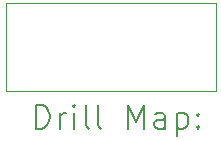
<source format=gbr>
%TF.GenerationSoftware,KiCad,Pcbnew,9.0.6*%
%TF.CreationDate,2026-01-05T16:11:48-06:00*%
%TF.ProjectId,SOT-666_1.2x1.6_P0.5,534f542d-3636-4365-9f31-2e3278312e36,rev?*%
%TF.SameCoordinates,Original*%
%TF.FileFunction,Drillmap*%
%TF.FilePolarity,Positive*%
%FSLAX45Y45*%
G04 Gerber Fmt 4.5, Leading zero omitted, Abs format (unit mm)*
G04 Created by KiCad (PCBNEW 9.0.6) date 2026-01-05 16:11:48*
%MOMM*%
%LPD*%
G01*
G04 APERTURE LIST*
%ADD10C,0.050000*%
%ADD11C,0.200000*%
G04 APERTURE END LIST*
D10*
X12065000Y-9535250D02*
X13843000Y-9535250D01*
X13843000Y-10284550D01*
X12065000Y-10284550D01*
X12065000Y-9535250D01*
D11*
X12323277Y-10598534D02*
X12323277Y-10398534D01*
X12323277Y-10398534D02*
X12370896Y-10398534D01*
X12370896Y-10398534D02*
X12399467Y-10408058D01*
X12399467Y-10408058D02*
X12418515Y-10427105D01*
X12418515Y-10427105D02*
X12428039Y-10446153D01*
X12428039Y-10446153D02*
X12437562Y-10484248D01*
X12437562Y-10484248D02*
X12437562Y-10512820D01*
X12437562Y-10512820D02*
X12428039Y-10550915D01*
X12428039Y-10550915D02*
X12418515Y-10569962D01*
X12418515Y-10569962D02*
X12399467Y-10589010D01*
X12399467Y-10589010D02*
X12370896Y-10598534D01*
X12370896Y-10598534D02*
X12323277Y-10598534D01*
X12523277Y-10598534D02*
X12523277Y-10465201D01*
X12523277Y-10503296D02*
X12532801Y-10484248D01*
X12532801Y-10484248D02*
X12542324Y-10474724D01*
X12542324Y-10474724D02*
X12561372Y-10465201D01*
X12561372Y-10465201D02*
X12580420Y-10465201D01*
X12647086Y-10598534D02*
X12647086Y-10465201D01*
X12647086Y-10398534D02*
X12637562Y-10408058D01*
X12637562Y-10408058D02*
X12647086Y-10417582D01*
X12647086Y-10417582D02*
X12656610Y-10408058D01*
X12656610Y-10408058D02*
X12647086Y-10398534D01*
X12647086Y-10398534D02*
X12647086Y-10417582D01*
X12770896Y-10598534D02*
X12751848Y-10589010D01*
X12751848Y-10589010D02*
X12742324Y-10569962D01*
X12742324Y-10569962D02*
X12742324Y-10398534D01*
X12875658Y-10598534D02*
X12856610Y-10589010D01*
X12856610Y-10589010D02*
X12847086Y-10569962D01*
X12847086Y-10569962D02*
X12847086Y-10398534D01*
X13104229Y-10598534D02*
X13104229Y-10398534D01*
X13104229Y-10398534D02*
X13170896Y-10541391D01*
X13170896Y-10541391D02*
X13237562Y-10398534D01*
X13237562Y-10398534D02*
X13237562Y-10598534D01*
X13418515Y-10598534D02*
X13418515Y-10493772D01*
X13418515Y-10493772D02*
X13408991Y-10474724D01*
X13408991Y-10474724D02*
X13389943Y-10465201D01*
X13389943Y-10465201D02*
X13351848Y-10465201D01*
X13351848Y-10465201D02*
X13332801Y-10474724D01*
X13418515Y-10589010D02*
X13399467Y-10598534D01*
X13399467Y-10598534D02*
X13351848Y-10598534D01*
X13351848Y-10598534D02*
X13332801Y-10589010D01*
X13332801Y-10589010D02*
X13323277Y-10569962D01*
X13323277Y-10569962D02*
X13323277Y-10550915D01*
X13323277Y-10550915D02*
X13332801Y-10531867D01*
X13332801Y-10531867D02*
X13351848Y-10522343D01*
X13351848Y-10522343D02*
X13399467Y-10522343D01*
X13399467Y-10522343D02*
X13418515Y-10512820D01*
X13513753Y-10465201D02*
X13513753Y-10665201D01*
X13513753Y-10474724D02*
X13532801Y-10465201D01*
X13532801Y-10465201D02*
X13570896Y-10465201D01*
X13570896Y-10465201D02*
X13589943Y-10474724D01*
X13589943Y-10474724D02*
X13599467Y-10484248D01*
X13599467Y-10484248D02*
X13608991Y-10503296D01*
X13608991Y-10503296D02*
X13608991Y-10560439D01*
X13608991Y-10560439D02*
X13599467Y-10579486D01*
X13599467Y-10579486D02*
X13589943Y-10589010D01*
X13589943Y-10589010D02*
X13570896Y-10598534D01*
X13570896Y-10598534D02*
X13532801Y-10598534D01*
X13532801Y-10598534D02*
X13513753Y-10589010D01*
X13694705Y-10579486D02*
X13704229Y-10589010D01*
X13704229Y-10589010D02*
X13694705Y-10598534D01*
X13694705Y-10598534D02*
X13685182Y-10589010D01*
X13685182Y-10589010D02*
X13694705Y-10579486D01*
X13694705Y-10579486D02*
X13694705Y-10598534D01*
X13694705Y-10474724D02*
X13704229Y-10484248D01*
X13704229Y-10484248D02*
X13694705Y-10493772D01*
X13694705Y-10493772D02*
X13685182Y-10484248D01*
X13685182Y-10484248D02*
X13694705Y-10474724D01*
X13694705Y-10474724D02*
X13694705Y-10493772D01*
M02*

</source>
